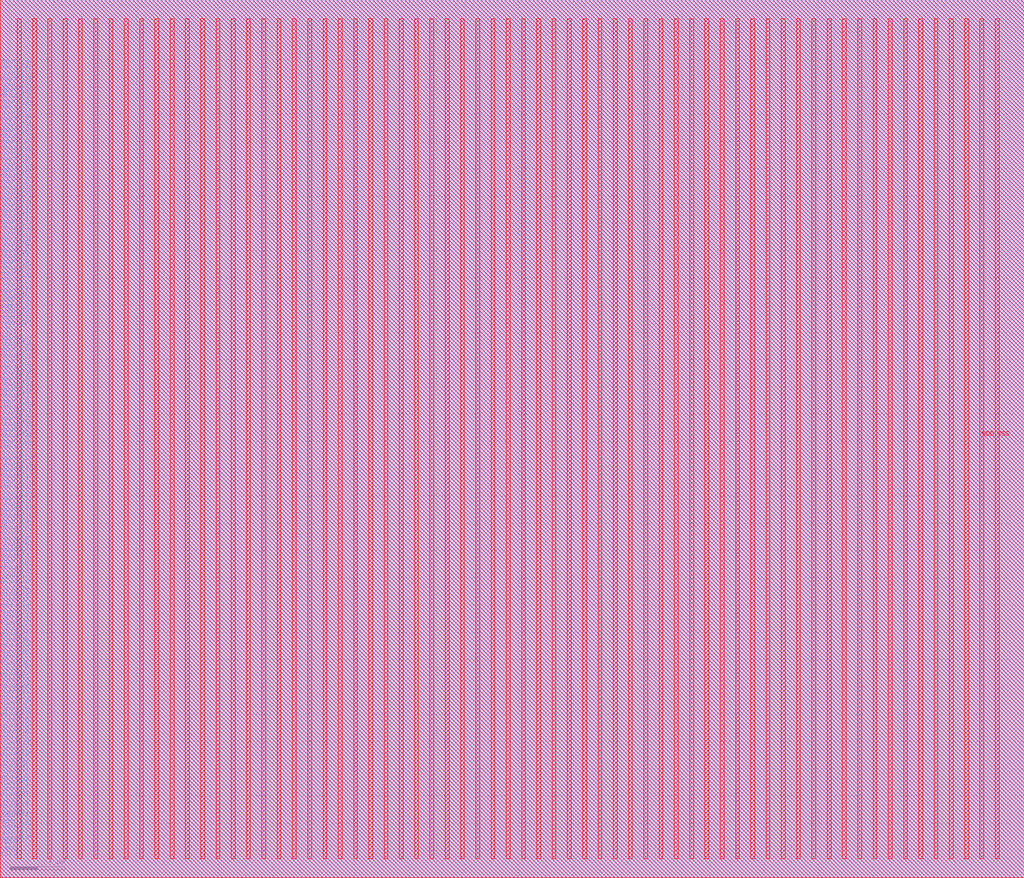
<source format=lef>
VERSION 5.7 ;
BUSBITCHARS "[]" ;
MACRO liteeth_42x32_sram
  FOREIGN liteeth_42x32_sram 0 0 ;
  SYMMETRY X Y R90 ;
  SIZE 75.050 BY 64.400 ;
  CLASS BLOCK ;
  PIN clk0
    DIRECTION INPUT ;
    USE SIGNAL ;
    SHAPE ABUTMENT ;
    PORT
      LAYER metal3 ;
      RECT 0.000 1.365 0.070 1.435 ;
    END
  END clk0
  PIN csb0
    DIRECTION INPUT ;
    USE SIGNAL ;
    SHAPE ABUTMENT ;
    PORT
      LAYER metal3 ;
      RECT 0.000 1.785 0.070 1.855 ;
    END
  END csb0
  PIN web0
    DIRECTION INPUT ;
    USE SIGNAL ;
    SHAPE ABUTMENT ;
    PORT
      LAYER metal3 ;
      RECT 0.000 2.205 0.070 2.275 ;
    END
  END web0
  PIN addr0[0]
    DIRECTION INPUT ;
    USE SIGNAL ;
    SHAPE ABUTMENT ;
    PORT
      LAYER metal3 ;
      RECT 0.000 2.485 0.070 2.555 ;
    END
  END addr0[0]
  PIN addr0[1]
    DIRECTION INPUT ;
    USE SIGNAL ;
    SHAPE ABUTMENT ;
    PORT
      LAYER metal3 ;
      RECT 0.000 2.905 0.070 2.975 ;
    END
  END addr0[1]
  PIN addr0[2]
    DIRECTION INPUT ;
    USE SIGNAL ;
    SHAPE ABUTMENT ;
    PORT
      LAYER metal3 ;
      RECT 0.000 3.325 0.070 3.395 ;
    END
  END addr0[2]
  PIN addr0[3]
    DIRECTION INPUT ;
    USE SIGNAL ;
    SHAPE ABUTMENT ;
    PORT
      LAYER metal3 ;
      RECT 0.000 3.745 0.070 3.815 ;
    END
  END addr0[3]
  PIN addr0[4]
    DIRECTION INPUT ;
    USE SIGNAL ;
    SHAPE ABUTMENT ;
    PORT
      LAYER metal3 ;
      RECT 0.000 4.165 0.070 4.235 ;
    END
  END addr0[4]
  PIN din0[0]
    DIRECTION INPUT ;
    USE SIGNAL ;
    SHAPE ABUTMENT ;
    PORT
      LAYER metal3 ;
      RECT 0.000 4.445 0.070 4.515 ;
    END
  END din0[0]
  PIN din0[1]
    DIRECTION INPUT ;
    USE SIGNAL ;
    SHAPE ABUTMENT ;
    PORT
      LAYER metal3 ;
      RECT 0.000 4.865 0.070 4.935 ;
    END
  END din0[1]
  PIN din0[2]
    DIRECTION INPUT ;
    USE SIGNAL ;
    SHAPE ABUTMENT ;
    PORT
      LAYER metal3 ;
      RECT 0.000 5.285 0.070 5.355 ;
    END
  END din0[2]
  PIN din0[3]
    DIRECTION INPUT ;
    USE SIGNAL ;
    SHAPE ABUTMENT ;
    PORT
      LAYER metal3 ;
      RECT 0.000 5.705 0.070 5.775 ;
    END
  END din0[3]
  PIN din0[4]
    DIRECTION INPUT ;
    USE SIGNAL ;
    SHAPE ABUTMENT ;
    PORT
      LAYER metal3 ;
      RECT 0.000 6.125 0.070 6.195 ;
    END
  END din0[4]
  PIN din0[5]
    DIRECTION INPUT ;
    USE SIGNAL ;
    SHAPE ABUTMENT ;
    PORT
      LAYER metal3 ;
      RECT 0.000 6.545 0.070 6.615 ;
    END
  END din0[5]
  PIN din0[6]
    DIRECTION INPUT ;
    USE SIGNAL ;
    SHAPE ABUTMENT ;
    PORT
      LAYER metal3 ;
      RECT 0.000 6.965 0.070 7.035 ;
    END
  END din0[6]
  PIN din0[7]
    DIRECTION INPUT ;
    USE SIGNAL ;
    SHAPE ABUTMENT ;
    PORT
      LAYER metal3 ;
      RECT 0.000 7.385 0.070 7.455 ;
    END
  END din0[7]
  PIN din0[8]
    DIRECTION INPUT ;
    USE SIGNAL ;
    SHAPE ABUTMENT ;
    PORT
      LAYER metal3 ;
      RECT 0.000 7.805 0.070 7.875 ;
    END
  END din0[8]
  PIN din0[9]
    DIRECTION INPUT ;
    USE SIGNAL ;
    SHAPE ABUTMENT ;
    PORT
      LAYER metal3 ;
      RECT 0.000 8.225 0.070 8.295 ;
    END
  END din0[9]
  PIN din0[10]
    DIRECTION INPUT ;
    USE SIGNAL ;
    SHAPE ABUTMENT ;
    PORT
      LAYER metal3 ;
      RECT 0.000 8.645 0.070 8.715 ;
    END
  END din0[10]
  PIN din0[11]
    DIRECTION INPUT ;
    USE SIGNAL ;
    SHAPE ABUTMENT ;
    PORT
      LAYER metal3 ;
      RECT 0.000 9.065 0.070 9.135 ;
    END
  END din0[11]
  PIN din0[12]
    DIRECTION INPUT ;
    USE SIGNAL ;
    SHAPE ABUTMENT ;
    PORT
      LAYER metal3 ;
      RECT 0.000 9.485 0.070 9.555 ;
    END
  END din0[12]
  PIN din0[13]
    DIRECTION INPUT ;
    USE SIGNAL ;
    SHAPE ABUTMENT ;
    PORT
      LAYER metal3 ;
      RECT 0.000 9.905 0.070 9.975 ;
    END
  END din0[13]
  PIN din0[14]
    DIRECTION INPUT ;
    USE SIGNAL ;
    SHAPE ABUTMENT ;
    PORT
      LAYER metal3 ;
      RECT 0.000 10.325 0.070 10.395 ;
    END
  END din0[14]
  PIN din0[15]
    DIRECTION INPUT ;
    USE SIGNAL ;
    SHAPE ABUTMENT ;
    PORT
      LAYER metal3 ;
      RECT 0.000 10.745 0.070 10.815 ;
    END
  END din0[15]
  PIN din0[16]
    DIRECTION INPUT ;
    USE SIGNAL ;
    SHAPE ABUTMENT ;
    PORT
      LAYER metal3 ;
      RECT 0.000 11.165 0.070 11.235 ;
    END
  END din0[16]
  PIN din0[17]
    DIRECTION INPUT ;
    USE SIGNAL ;
    SHAPE ABUTMENT ;
    PORT
      LAYER metal3 ;
      RECT 0.000 11.585 0.070 11.655 ;
    END
  END din0[17]
  PIN din0[18]
    DIRECTION INPUT ;
    USE SIGNAL ;
    SHAPE ABUTMENT ;
    PORT
      LAYER metal3 ;
      RECT 0.000 12.005 0.070 12.075 ;
    END
  END din0[18]
  PIN din0[19]
    DIRECTION INPUT ;
    USE SIGNAL ;
    SHAPE ABUTMENT ;
    PORT
      LAYER metal3 ;
      RECT 0.000 12.425 0.070 12.495 ;
    END
  END din0[19]
  PIN din0[20]
    DIRECTION INPUT ;
    USE SIGNAL ;
    SHAPE ABUTMENT ;
    PORT
      LAYER metal3 ;
      RECT 0.000 12.845 0.070 12.915 ;
    END
  END din0[20]
  PIN din0[21]
    DIRECTION INPUT ;
    USE SIGNAL ;
    SHAPE ABUTMENT ;
    PORT
      LAYER metal3 ;
      RECT 0.000 13.265 0.070 13.335 ;
    END
  END din0[21]
  PIN din0[22]
    DIRECTION INPUT ;
    USE SIGNAL ;
    SHAPE ABUTMENT ;
    PORT
      LAYER metal3 ;
      RECT 0.000 13.685 0.070 13.755 ;
    END
  END din0[22]
  PIN din0[23]
    DIRECTION INPUT ;
    USE SIGNAL ;
    SHAPE ABUTMENT ;
    PORT
      LAYER metal3 ;
      RECT 0.000 14.105 0.070 14.175 ;
    END
  END din0[23]
  PIN din0[24]
    DIRECTION INPUT ;
    USE SIGNAL ;
    SHAPE ABUTMENT ;
    PORT
      LAYER metal3 ;
      RECT 0.000 14.525 0.070 14.595 ;
    END
  END din0[24]
  PIN din0[25]
    DIRECTION INPUT ;
    USE SIGNAL ;
    SHAPE ABUTMENT ;
    PORT
      LAYER metal3 ;
      RECT 0.000 14.945 0.070 15.015 ;
    END
  END din0[25]
  PIN din0[26]
    DIRECTION INPUT ;
    USE SIGNAL ;
    SHAPE ABUTMENT ;
    PORT
      LAYER metal3 ;
      RECT 0.000 15.365 0.070 15.435 ;
    END
  END din0[26]
  PIN din0[27]
    DIRECTION INPUT ;
    USE SIGNAL ;
    SHAPE ABUTMENT ;
    PORT
      LAYER metal3 ;
      RECT 0.000 15.785 0.070 15.855 ;
    END
  END din0[27]
  PIN din0[28]
    DIRECTION INPUT ;
    USE SIGNAL ;
    SHAPE ABUTMENT ;
    PORT
      LAYER metal3 ;
      RECT 0.000 16.205 0.070 16.275 ;
    END
  END din0[28]
  PIN din0[29]
    DIRECTION INPUT ;
    USE SIGNAL ;
    SHAPE ABUTMENT ;
    PORT
      LAYER metal3 ;
      RECT 0.000 16.625 0.070 16.695 ;
    END
  END din0[29]
  PIN din0[30]
    DIRECTION INPUT ;
    USE SIGNAL ;
    SHAPE ABUTMENT ;
    PORT
      LAYER metal3 ;
      RECT 0.000 17.045 0.070 17.115 ;
    END
  END din0[30]
  PIN din0[31]
    DIRECTION INPUT ;
    USE SIGNAL ;
    SHAPE ABUTMENT ;
    PORT
      LAYER metal3 ;
      RECT 0.000 17.465 0.070 17.535 ;
    END
  END din0[31]
  PIN din0[32]
    DIRECTION INPUT ;
    USE SIGNAL ;
    SHAPE ABUTMENT ;
    PORT
      LAYER metal3 ;
      RECT 0.000 17.885 0.070 17.955 ;
    END
  END din0[32]
  PIN din0[33]
    DIRECTION INPUT ;
    USE SIGNAL ;
    SHAPE ABUTMENT ;
    PORT
      LAYER metal3 ;
      RECT 0.000 18.305 0.070 18.375 ;
    END
  END din0[33]
  PIN din0[34]
    DIRECTION INPUT ;
    USE SIGNAL ;
    SHAPE ABUTMENT ;
    PORT
      LAYER metal3 ;
      RECT 0.000 18.725 0.070 18.795 ;
    END
  END din0[34]
  PIN din0[35]
    DIRECTION INPUT ;
    USE SIGNAL ;
    SHAPE ABUTMENT ;
    PORT
      LAYER metal3 ;
      RECT 0.000 19.145 0.070 19.215 ;
    END
  END din0[35]
  PIN din0[36]
    DIRECTION INPUT ;
    USE SIGNAL ;
    SHAPE ABUTMENT ;
    PORT
      LAYER metal3 ;
      RECT 0.000 19.565 0.070 19.635 ;
    END
  END din0[36]
  PIN din0[37]
    DIRECTION INPUT ;
    USE SIGNAL ;
    SHAPE ABUTMENT ;
    PORT
      LAYER metal3 ;
      RECT 0.000 19.985 0.070 20.055 ;
    END
  END din0[37]
  PIN din0[38]
    DIRECTION INPUT ;
    USE SIGNAL ;
    SHAPE ABUTMENT ;
    PORT
      LAYER metal3 ;
      RECT 0.000 20.405 0.070 20.475 ;
    END
  END din0[38]
  PIN din0[39]
    DIRECTION INPUT ;
    USE SIGNAL ;
    SHAPE ABUTMENT ;
    PORT
      LAYER metal3 ;
      RECT 0.000 20.825 0.070 20.895 ;
    END
  END din0[39]
  PIN din0[40]
    DIRECTION INPUT ;
    USE SIGNAL ;
    SHAPE ABUTMENT ;
    PORT
      LAYER metal3 ;
      RECT 0.000 21.245 0.070 21.315 ;
    END
  END din0[40]
  PIN din0[41]
    DIRECTION INPUT ;
    USE SIGNAL ;
    SHAPE ABUTMENT ;
    PORT
      LAYER metal3 ;
      RECT 0.000 21.665 0.070 21.735 ;
    END
  END din0[41]
  PIN dout0[0]
    DIRECTION OUTPUT ;
    USE SIGNAL ;
    SHAPE ABUTMENT ;
    PORT
      LAYER metal3 ;
      RECT 0.000 21.945 0.070 22.015 ;
    END
  END dout0[0]
  PIN dout0[1]
    DIRECTION OUTPUT ;
    USE SIGNAL ;
    SHAPE ABUTMENT ;
    PORT
      LAYER metal3 ;
      RECT 0.000 22.365 0.070 22.435 ;
    END
  END dout0[1]
  PIN dout0[2]
    DIRECTION OUTPUT ;
    USE SIGNAL ;
    SHAPE ABUTMENT ;
    PORT
      LAYER metal3 ;
      RECT 0.000 22.785 0.070 22.855 ;
    END
  END dout0[2]
  PIN dout0[3]
    DIRECTION OUTPUT ;
    USE SIGNAL ;
    SHAPE ABUTMENT ;
    PORT
      LAYER metal3 ;
      RECT 0.000 23.205 0.070 23.275 ;
    END
  END dout0[3]
  PIN dout0[4]
    DIRECTION OUTPUT ;
    USE SIGNAL ;
    SHAPE ABUTMENT ;
    PORT
      LAYER metal3 ;
      RECT 0.000 23.625 0.070 23.695 ;
    END
  END dout0[4]
  PIN dout0[5]
    DIRECTION OUTPUT ;
    USE SIGNAL ;
    SHAPE ABUTMENT ;
    PORT
      LAYER metal3 ;
      RECT 0.000 24.045 0.070 24.115 ;
    END
  END dout0[5]
  PIN dout0[6]
    DIRECTION OUTPUT ;
    USE SIGNAL ;
    SHAPE ABUTMENT ;
    PORT
      LAYER metal3 ;
      RECT 0.000 24.465 0.070 24.535 ;
    END
  END dout0[6]
  PIN dout0[7]
    DIRECTION OUTPUT ;
    USE SIGNAL ;
    SHAPE ABUTMENT ;
    PORT
      LAYER metal3 ;
      RECT 0.000 24.885 0.070 24.955 ;
    END
  END dout0[7]
  PIN dout0[8]
    DIRECTION OUTPUT ;
    USE SIGNAL ;
    SHAPE ABUTMENT ;
    PORT
      LAYER metal3 ;
      RECT 0.000 25.305 0.070 25.375 ;
    END
  END dout0[8]
  PIN dout0[9]
    DIRECTION OUTPUT ;
    USE SIGNAL ;
    SHAPE ABUTMENT ;
    PORT
      LAYER metal3 ;
      RECT 0.000 25.725 0.070 25.795 ;
    END
  END dout0[9]
  PIN dout0[10]
    DIRECTION OUTPUT ;
    USE SIGNAL ;
    SHAPE ABUTMENT ;
    PORT
      LAYER metal3 ;
      RECT 0.000 26.145 0.070 26.215 ;
    END
  END dout0[10]
  PIN dout0[11]
    DIRECTION OUTPUT ;
    USE SIGNAL ;
    SHAPE ABUTMENT ;
    PORT
      LAYER metal3 ;
      RECT 0.000 26.565 0.070 26.635 ;
    END
  END dout0[11]
  PIN dout0[12]
    DIRECTION OUTPUT ;
    USE SIGNAL ;
    SHAPE ABUTMENT ;
    PORT
      LAYER metal3 ;
      RECT 0.000 26.985 0.070 27.055 ;
    END
  END dout0[12]
  PIN dout0[13]
    DIRECTION OUTPUT ;
    USE SIGNAL ;
    SHAPE ABUTMENT ;
    PORT
      LAYER metal3 ;
      RECT 0.000 27.405 0.070 27.475 ;
    END
  END dout0[13]
  PIN dout0[14]
    DIRECTION OUTPUT ;
    USE SIGNAL ;
    SHAPE ABUTMENT ;
    PORT
      LAYER metal3 ;
      RECT 0.000 27.825 0.070 27.895 ;
    END
  END dout0[14]
  PIN dout0[15]
    DIRECTION OUTPUT ;
    USE SIGNAL ;
    SHAPE ABUTMENT ;
    PORT
      LAYER metal3 ;
      RECT 0.000 28.245 0.070 28.315 ;
    END
  END dout0[15]
  PIN dout0[16]
    DIRECTION OUTPUT ;
    USE SIGNAL ;
    SHAPE ABUTMENT ;
    PORT
      LAYER metal3 ;
      RECT 0.000 28.665 0.070 28.735 ;
    END
  END dout0[16]
  PIN dout0[17]
    DIRECTION OUTPUT ;
    USE SIGNAL ;
    SHAPE ABUTMENT ;
    PORT
      LAYER metal3 ;
      RECT 0.000 29.085 0.070 29.155 ;
    END
  END dout0[17]
  PIN dout0[18]
    DIRECTION OUTPUT ;
    USE SIGNAL ;
    SHAPE ABUTMENT ;
    PORT
      LAYER metal3 ;
      RECT 0.000 29.505 0.070 29.575 ;
    END
  END dout0[18]
  PIN dout0[19]
    DIRECTION OUTPUT ;
    USE SIGNAL ;
    SHAPE ABUTMENT ;
    PORT
      LAYER metal3 ;
      RECT 0.000 29.925 0.070 29.995 ;
    END
  END dout0[19]
  PIN dout0[20]
    DIRECTION OUTPUT ;
    USE SIGNAL ;
    SHAPE ABUTMENT ;
    PORT
      LAYER metal3 ;
      RECT 0.000 30.345 0.070 30.415 ;
    END
  END dout0[20]
  PIN dout0[21]
    DIRECTION OUTPUT ;
    USE SIGNAL ;
    SHAPE ABUTMENT ;
    PORT
      LAYER metal3 ;
      RECT 0.000 30.765 0.070 30.835 ;
    END
  END dout0[21]
  PIN dout0[22]
    DIRECTION OUTPUT ;
    USE SIGNAL ;
    SHAPE ABUTMENT ;
    PORT
      LAYER metal3 ;
      RECT 0.000 31.185 0.070 31.255 ;
    END
  END dout0[22]
  PIN dout0[23]
    DIRECTION OUTPUT ;
    USE SIGNAL ;
    SHAPE ABUTMENT ;
    PORT
      LAYER metal3 ;
      RECT 0.000 31.605 0.070 31.675 ;
    END
  END dout0[23]
  PIN dout0[24]
    DIRECTION OUTPUT ;
    USE SIGNAL ;
    SHAPE ABUTMENT ;
    PORT
      LAYER metal3 ;
      RECT 0.000 32.025 0.070 32.095 ;
    END
  END dout0[24]
  PIN dout0[25]
    DIRECTION OUTPUT ;
    USE SIGNAL ;
    SHAPE ABUTMENT ;
    PORT
      LAYER metal3 ;
      RECT 0.000 32.445 0.070 32.515 ;
    END
  END dout0[25]
  PIN dout0[26]
    DIRECTION OUTPUT ;
    USE SIGNAL ;
    SHAPE ABUTMENT ;
    PORT
      LAYER metal3 ;
      RECT 0.000 32.865 0.070 32.935 ;
    END
  END dout0[26]
  PIN dout0[27]
    DIRECTION OUTPUT ;
    USE SIGNAL ;
    SHAPE ABUTMENT ;
    PORT
      LAYER metal3 ;
      RECT 0.000 33.285 0.070 33.355 ;
    END
  END dout0[27]
  PIN dout0[28]
    DIRECTION OUTPUT ;
    USE SIGNAL ;
    SHAPE ABUTMENT ;
    PORT
      LAYER metal3 ;
      RECT 0.000 33.705 0.070 33.775 ;
    END
  END dout0[28]
  PIN dout0[29]
    DIRECTION OUTPUT ;
    USE SIGNAL ;
    SHAPE ABUTMENT ;
    PORT
      LAYER metal3 ;
      RECT 0.000 34.125 0.070 34.195 ;
    END
  END dout0[29]
  PIN dout0[30]
    DIRECTION OUTPUT ;
    USE SIGNAL ;
    SHAPE ABUTMENT ;
    PORT
      LAYER metal3 ;
      RECT 0.000 34.545 0.070 34.615 ;
    END
  END dout0[30]
  PIN dout0[31]
    DIRECTION OUTPUT ;
    USE SIGNAL ;
    SHAPE ABUTMENT ;
    PORT
      LAYER metal3 ;
      RECT 0.000 34.965 0.070 35.035 ;
    END
  END dout0[31]
  PIN dout0[32]
    DIRECTION OUTPUT ;
    USE SIGNAL ;
    SHAPE ABUTMENT ;
    PORT
      LAYER metal3 ;
      RECT 0.000 35.385 0.070 35.455 ;
    END
  END dout0[32]
  PIN dout0[33]
    DIRECTION OUTPUT ;
    USE SIGNAL ;
    SHAPE ABUTMENT ;
    PORT
      LAYER metal3 ;
      RECT 0.000 35.805 0.070 35.875 ;
    END
  END dout0[33]
  PIN dout0[34]
    DIRECTION OUTPUT ;
    USE SIGNAL ;
    SHAPE ABUTMENT ;
    PORT
      LAYER metal3 ;
      RECT 0.000 36.225 0.070 36.295 ;
    END
  END dout0[34]
  PIN dout0[35]
    DIRECTION OUTPUT ;
    USE SIGNAL ;
    SHAPE ABUTMENT ;
    PORT
      LAYER metal3 ;
      RECT 0.000 36.645 0.070 36.715 ;
    END
  END dout0[35]
  PIN dout0[36]
    DIRECTION OUTPUT ;
    USE SIGNAL ;
    SHAPE ABUTMENT ;
    PORT
      LAYER metal3 ;
      RECT 0.000 37.065 0.070 37.135 ;
    END
  END dout0[36]
  PIN dout0[37]
    DIRECTION OUTPUT ;
    USE SIGNAL ;
    SHAPE ABUTMENT ;
    PORT
      LAYER metal3 ;
      RECT 0.000 37.485 0.070 37.555 ;
    END
  END dout0[37]
  PIN dout0[38]
    DIRECTION OUTPUT ;
    USE SIGNAL ;
    SHAPE ABUTMENT ;
    PORT
      LAYER metal3 ;
      RECT 0.000 37.905 0.070 37.975 ;
    END
  END dout0[38]
  PIN dout0[39]
    DIRECTION OUTPUT ;
    USE SIGNAL ;
    SHAPE ABUTMENT ;
    PORT
      LAYER metal3 ;
      RECT 0.000 38.325 0.070 38.395 ;
    END
  END dout0[39]
  PIN dout0[40]
    DIRECTION OUTPUT ;
    USE SIGNAL ;
    SHAPE ABUTMENT ;
    PORT
      LAYER metal3 ;
      RECT 0.000 38.745 0.070 38.815 ;
    END
  END dout0[40]
  PIN dout0[41]
    DIRECTION OUTPUT ;
    USE SIGNAL ;
    SHAPE ABUTMENT ;
    PORT
      LAYER metal3 ;
      RECT 0.000 39.165 0.070 39.235 ;
    END
  END dout0[41]
  PIN clk1
    DIRECTION INPUT ;
    USE SIGNAL ;
    SHAPE ABUTMENT ;
    PORT
      LAYER metal3 ;
      RECT 0.000 39.445 0.070 39.515 ;
    END
  END clk1
  PIN csb1
    DIRECTION INPUT ;
    USE SIGNAL ;
    SHAPE ABUTMENT ;
    PORT
      LAYER metal3 ;
      RECT 0.000 39.865 0.070 39.935 ;
    END
  END csb1
  PIN addr1[0]
    DIRECTION INPUT ;
    USE SIGNAL ;
    SHAPE ABUTMENT ;
    PORT
      LAYER metal3 ;
      RECT 0.000 40.285 0.070 40.355 ;
    END
  END addr1[0]
  PIN addr1[1]
    DIRECTION INPUT ;
    USE SIGNAL ;
    SHAPE ABUTMENT ;
    PORT
      LAYER metal3 ;
      RECT 0.000 40.705 0.070 40.775 ;
    END
  END addr1[1]
  PIN addr1[2]
    DIRECTION INPUT ;
    USE SIGNAL ;
    SHAPE ABUTMENT ;
    PORT
      LAYER metal3 ;
      RECT 0.000 41.125 0.070 41.195 ;
    END
  END addr1[2]
  PIN addr1[3]
    DIRECTION INPUT ;
    USE SIGNAL ;
    SHAPE ABUTMENT ;
    PORT
      LAYER metal3 ;
      RECT 0.000 41.545 0.070 41.615 ;
    END
  END addr1[3]
  PIN addr1[4]
    DIRECTION INPUT ;
    USE SIGNAL ;
    SHAPE ABUTMENT ;
    PORT
      LAYER metal3 ;
      RECT 0.000 41.965 0.070 42.035 ;
    END
  END addr1[4]
  PIN dout1[0]
    DIRECTION OUTPUT ;
    USE SIGNAL ;
    SHAPE ABUTMENT ;
    PORT
      LAYER metal3 ;
      RECT 0.000 42.245 0.070 42.315 ;
    END
  END dout1[0]
  PIN dout1[1]
    DIRECTION OUTPUT ;
    USE SIGNAL ;
    SHAPE ABUTMENT ;
    PORT
      LAYER metal3 ;
      RECT 0.000 42.665 0.070 42.735 ;
    END
  END dout1[1]
  PIN dout1[2]
    DIRECTION OUTPUT ;
    USE SIGNAL ;
    SHAPE ABUTMENT ;
    PORT
      LAYER metal3 ;
      RECT 0.000 43.085 0.070 43.155 ;
    END
  END dout1[2]
  PIN dout1[3]
    DIRECTION OUTPUT ;
    USE SIGNAL ;
    SHAPE ABUTMENT ;
    PORT
      LAYER metal3 ;
      RECT 0.000 43.505 0.070 43.575 ;
    END
  END dout1[3]
  PIN dout1[4]
    DIRECTION OUTPUT ;
    USE SIGNAL ;
    SHAPE ABUTMENT ;
    PORT
      LAYER metal3 ;
      RECT 0.000 43.925 0.070 43.995 ;
    END
  END dout1[4]
  PIN dout1[5]
    DIRECTION OUTPUT ;
    USE SIGNAL ;
    SHAPE ABUTMENT ;
    PORT
      LAYER metal3 ;
      RECT 0.000 44.345 0.070 44.415 ;
    END
  END dout1[5]
  PIN dout1[6]
    DIRECTION OUTPUT ;
    USE SIGNAL ;
    SHAPE ABUTMENT ;
    PORT
      LAYER metal3 ;
      RECT 0.000 44.765 0.070 44.835 ;
    END
  END dout1[6]
  PIN dout1[7]
    DIRECTION OUTPUT ;
    USE SIGNAL ;
    SHAPE ABUTMENT ;
    PORT
      LAYER metal3 ;
      RECT 0.000 45.185 0.070 45.255 ;
    END
  END dout1[7]
  PIN dout1[8]
    DIRECTION OUTPUT ;
    USE SIGNAL ;
    SHAPE ABUTMENT ;
    PORT
      LAYER metal3 ;
      RECT 0.000 45.605 0.070 45.675 ;
    END
  END dout1[8]
  PIN dout1[9]
    DIRECTION OUTPUT ;
    USE SIGNAL ;
    SHAPE ABUTMENT ;
    PORT
      LAYER metal3 ;
      RECT 0.000 46.025 0.070 46.095 ;
    END
  END dout1[9]
  PIN dout1[10]
    DIRECTION OUTPUT ;
    USE SIGNAL ;
    SHAPE ABUTMENT ;
    PORT
      LAYER metal3 ;
      RECT 0.000 46.445 0.070 46.515 ;
    END
  END dout1[10]
  PIN dout1[11]
    DIRECTION OUTPUT ;
    USE SIGNAL ;
    SHAPE ABUTMENT ;
    PORT
      LAYER metal3 ;
      RECT 0.000 46.865 0.070 46.935 ;
    END
  END dout1[11]
  PIN dout1[12]
    DIRECTION OUTPUT ;
    USE SIGNAL ;
    SHAPE ABUTMENT ;
    PORT
      LAYER metal3 ;
      RECT 0.000 47.285 0.070 47.355 ;
    END
  END dout1[12]
  PIN dout1[13]
    DIRECTION OUTPUT ;
    USE SIGNAL ;
    SHAPE ABUTMENT ;
    PORT
      LAYER metal3 ;
      RECT 0.000 47.705 0.070 47.775 ;
    END
  END dout1[13]
  PIN dout1[14]
    DIRECTION OUTPUT ;
    USE SIGNAL ;
    SHAPE ABUTMENT ;
    PORT
      LAYER metal3 ;
      RECT 0.000 48.125 0.070 48.195 ;
    END
  END dout1[14]
  PIN dout1[15]
    DIRECTION OUTPUT ;
    USE SIGNAL ;
    SHAPE ABUTMENT ;
    PORT
      LAYER metal3 ;
      RECT 0.000 48.545 0.070 48.615 ;
    END
  END dout1[15]
  PIN dout1[16]
    DIRECTION OUTPUT ;
    USE SIGNAL ;
    SHAPE ABUTMENT ;
    PORT
      LAYER metal3 ;
      RECT 0.000 48.965 0.070 49.035 ;
    END
  END dout1[16]
  PIN dout1[17]
    DIRECTION OUTPUT ;
    USE SIGNAL ;
    SHAPE ABUTMENT ;
    PORT
      LAYER metal3 ;
      RECT 0.000 49.385 0.070 49.455 ;
    END
  END dout1[17]
  PIN dout1[18]
    DIRECTION OUTPUT ;
    USE SIGNAL ;
    SHAPE ABUTMENT ;
    PORT
      LAYER metal3 ;
      RECT 0.000 49.805 0.070 49.875 ;
    END
  END dout1[18]
  PIN dout1[19]
    DIRECTION OUTPUT ;
    USE SIGNAL ;
    SHAPE ABUTMENT ;
    PORT
      LAYER metal3 ;
      RECT 0.000 50.225 0.070 50.295 ;
    END
  END dout1[19]
  PIN dout1[20]
    DIRECTION OUTPUT ;
    USE SIGNAL ;
    SHAPE ABUTMENT ;
    PORT
      LAYER metal3 ;
      RECT 0.000 50.645 0.070 50.715 ;
    END
  END dout1[20]
  PIN dout1[21]
    DIRECTION OUTPUT ;
    USE SIGNAL ;
    SHAPE ABUTMENT ;
    PORT
      LAYER metal3 ;
      RECT 0.000 51.065 0.070 51.135 ;
    END
  END dout1[21]
  PIN dout1[22]
    DIRECTION OUTPUT ;
    USE SIGNAL ;
    SHAPE ABUTMENT ;
    PORT
      LAYER metal3 ;
      RECT 0.000 51.485 0.070 51.555 ;
    END
  END dout1[22]
  PIN dout1[23]
    DIRECTION OUTPUT ;
    USE SIGNAL ;
    SHAPE ABUTMENT ;
    PORT
      LAYER metal3 ;
      RECT 0.000 51.905 0.070 51.975 ;
    END
  END dout1[23]
  PIN dout1[24]
    DIRECTION OUTPUT ;
    USE SIGNAL ;
    SHAPE ABUTMENT ;
    PORT
      LAYER metal3 ;
      RECT 0.000 52.325 0.070 52.395 ;
    END
  END dout1[24]
  PIN dout1[25]
    DIRECTION OUTPUT ;
    USE SIGNAL ;
    SHAPE ABUTMENT ;
    PORT
      LAYER metal3 ;
      RECT 0.000 52.745 0.070 52.815 ;
    END
  END dout1[25]
  PIN dout1[26]
    DIRECTION OUTPUT ;
    USE SIGNAL ;
    SHAPE ABUTMENT ;
    PORT
      LAYER metal3 ;
      RECT 0.000 53.165 0.070 53.235 ;
    END
  END dout1[26]
  PIN dout1[27]
    DIRECTION OUTPUT ;
    USE SIGNAL ;
    SHAPE ABUTMENT ;
    PORT
      LAYER metal3 ;
      RECT 0.000 53.585 0.070 53.655 ;
    END
  END dout1[27]
  PIN dout1[28]
    DIRECTION OUTPUT ;
    USE SIGNAL ;
    SHAPE ABUTMENT ;
    PORT
      LAYER metal3 ;
      RECT 0.000 54.005 0.070 54.075 ;
    END
  END dout1[28]
  PIN dout1[29]
    DIRECTION OUTPUT ;
    USE SIGNAL ;
    SHAPE ABUTMENT ;
    PORT
      LAYER metal3 ;
      RECT 0.000 54.425 0.070 54.495 ;
    END
  END dout1[29]
  PIN dout1[30]
    DIRECTION OUTPUT ;
    USE SIGNAL ;
    SHAPE ABUTMENT ;
    PORT
      LAYER metal3 ;
      RECT 0.000 54.845 0.070 54.915 ;
    END
  END dout1[30]
  PIN dout1[31]
    DIRECTION OUTPUT ;
    USE SIGNAL ;
    SHAPE ABUTMENT ;
    PORT
      LAYER metal3 ;
      RECT 0.000 55.265 0.070 55.335 ;
    END
  END dout1[31]
  PIN dout1[32]
    DIRECTION OUTPUT ;
    USE SIGNAL ;
    SHAPE ABUTMENT ;
    PORT
      LAYER metal3 ;
      RECT 0.000 55.685 0.070 55.755 ;
    END
  END dout1[32]
  PIN dout1[33]
    DIRECTION OUTPUT ;
    USE SIGNAL ;
    SHAPE ABUTMENT ;
    PORT
      LAYER metal3 ;
      RECT 0.000 56.105 0.070 56.175 ;
    END
  END dout1[33]
  PIN dout1[34]
    DIRECTION OUTPUT ;
    USE SIGNAL ;
    SHAPE ABUTMENT ;
    PORT
      LAYER metal3 ;
      RECT 0.000 56.525 0.070 56.595 ;
    END
  END dout1[34]
  PIN dout1[35]
    DIRECTION OUTPUT ;
    USE SIGNAL ;
    SHAPE ABUTMENT ;
    PORT
      LAYER metal3 ;
      RECT 0.000 56.945 0.070 57.015 ;
    END
  END dout1[35]
  PIN dout1[36]
    DIRECTION OUTPUT ;
    USE SIGNAL ;
    SHAPE ABUTMENT ;
    PORT
      LAYER metal3 ;
      RECT 0.000 57.365 0.070 57.435 ;
    END
  END dout1[36]
  PIN dout1[37]
    DIRECTION OUTPUT ;
    USE SIGNAL ;
    SHAPE ABUTMENT ;
    PORT
      LAYER metal3 ;
      RECT 0.000 57.785 0.070 57.855 ;
    END
  END dout1[37]
  PIN dout1[38]
    DIRECTION OUTPUT ;
    USE SIGNAL ;
    SHAPE ABUTMENT ;
    PORT
      LAYER metal3 ;
      RECT 0.000 58.205 0.070 58.275 ;
    END
  END dout1[38]
  PIN dout1[39]
    DIRECTION OUTPUT ;
    USE SIGNAL ;
    SHAPE ABUTMENT ;
    PORT
      LAYER metal3 ;
      RECT 0.000 58.625 0.070 58.695 ;
    END
  END dout1[39]
  PIN dout1[40]
    DIRECTION OUTPUT ;
    USE SIGNAL ;
    SHAPE ABUTMENT ;
    PORT
      LAYER metal3 ;
      RECT 0.000 59.045 0.070 59.115 ;
    END
  END dout1[40]
  PIN dout1[41]
    DIRECTION OUTPUT ;
    USE SIGNAL ;
    SHAPE ABUTMENT ;
    PORT
      LAYER metal3 ;
      RECT 0.000 59.465 0.070 59.535 ;
    END
  END dout1[41]
  PIN VSS
    DIRECTION INOUT ;
    USE GROUND ;
    PORT
      LAYER metal4 ;
      RECT 1.260 1.400 1.540 63.000 ;
      RECT 3.500 1.400 3.780 63.000 ;
      RECT 5.740 1.400 6.020 63.000 ;
      RECT 7.980 1.400 8.260 63.000 ;
      RECT 10.220 1.400 10.500 63.000 ;
      RECT 12.460 1.400 12.740 63.000 ;
      RECT 14.700 1.400 14.980 63.000 ;
      RECT 16.940 1.400 17.220 63.000 ;
      RECT 19.180 1.400 19.460 63.000 ;
      RECT 21.420 1.400 21.700 63.000 ;
      RECT 23.660 1.400 23.940 63.000 ;
      RECT 25.900 1.400 26.180 63.000 ;
      RECT 28.140 1.400 28.420 63.000 ;
      RECT 30.380 1.400 30.660 63.000 ;
      RECT 32.620 1.400 32.900 63.000 ;
      RECT 34.860 1.400 35.140 63.000 ;
      RECT 37.100 1.400 37.380 63.000 ;
      RECT 39.340 1.400 39.620 63.000 ;
      RECT 41.580 1.400 41.860 63.000 ;
      RECT 43.820 1.400 44.100 63.000 ;
      RECT 46.060 1.400 46.340 63.000 ;
      RECT 48.300 1.400 48.580 63.000 ;
      RECT 50.540 1.400 50.820 63.000 ;
      RECT 52.780 1.400 53.060 63.000 ;
      RECT 55.020 1.400 55.300 63.000 ;
      RECT 57.260 1.400 57.540 63.000 ;
      RECT 59.500 1.400 59.780 63.000 ;
      RECT 61.740 1.400 62.020 63.000 ;
      RECT 63.980 1.400 64.260 63.000 ;
      RECT 66.220 1.400 66.500 63.000 ;
      RECT 68.460 1.400 68.740 63.000 ;
      RECT 70.700 1.400 70.980 63.000 ;
      RECT 72.940 1.400 73.220 63.000 ;
    END
  END VSS
  PIN VDD
    DIRECTION INOUT ;
    USE POWER ;
    PORT
      LAYER metal4 ;
      RECT 2.380 1.400 2.660 63.000 ;
      RECT 4.620 1.400 4.900 63.000 ;
      RECT 6.860 1.400 7.140 63.000 ;
      RECT 9.100 1.400 9.380 63.000 ;
      RECT 11.340 1.400 11.620 63.000 ;
      RECT 13.580 1.400 13.860 63.000 ;
      RECT 15.820 1.400 16.100 63.000 ;
      RECT 18.060 1.400 18.340 63.000 ;
      RECT 20.300 1.400 20.580 63.000 ;
      RECT 22.540 1.400 22.820 63.000 ;
      RECT 24.780 1.400 25.060 63.000 ;
      RECT 27.020 1.400 27.300 63.000 ;
      RECT 29.260 1.400 29.540 63.000 ;
      RECT 31.500 1.400 31.780 63.000 ;
      RECT 33.740 1.400 34.020 63.000 ;
      RECT 35.980 1.400 36.260 63.000 ;
      RECT 38.220 1.400 38.500 63.000 ;
      RECT 40.460 1.400 40.740 63.000 ;
      RECT 42.700 1.400 42.980 63.000 ;
      RECT 44.940 1.400 45.220 63.000 ;
      RECT 47.180 1.400 47.460 63.000 ;
      RECT 49.420 1.400 49.700 63.000 ;
      RECT 51.660 1.400 51.940 63.000 ;
      RECT 53.900 1.400 54.180 63.000 ;
      RECT 56.140 1.400 56.420 63.000 ;
      RECT 58.380 1.400 58.660 63.000 ;
      RECT 60.620 1.400 60.900 63.000 ;
      RECT 62.860 1.400 63.140 63.000 ;
      RECT 65.100 1.400 65.380 63.000 ;
      RECT 67.340 1.400 67.620 63.000 ;
      RECT 69.580 1.400 69.860 63.000 ;
      RECT 71.820 1.400 72.100 63.000 ;
    END
  END VDD
  OBS
    LAYER metal1 ;
    RECT 0 0 75.050 64.400 ;
    LAYER metal2 ;
    RECT 0 0 75.050 64.400 ;
    LAYER metal3 ;
    RECT 0.070 0 75.050 64.400 ;
    LAYER metal4 ;
    RECT 0 0 75.050 64.400 ;
    LAYER OVERLAP ;
    RECT 0 0 75.050 64.400 ;
  END
END liteeth_42x32_sram

END LIBRARY

</source>
